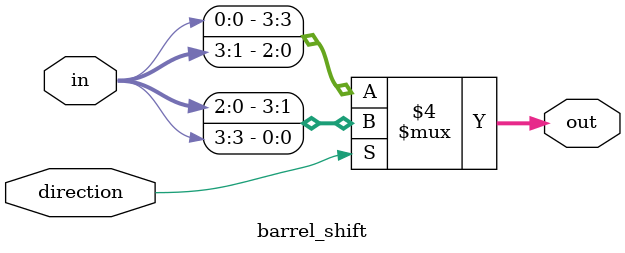
<source format=v>
`timescale 1ns / 1ps


module barrel_shift(
    output reg [3:0] out,
    input [3:0] in,
    input direction
    );
    
    always @*
    begin
    if(direction == 1)
        out = {in[2:0], in[3]}; 
    else
        out = {in[0], in[3:1]};
    end
    
endmodule

</source>
